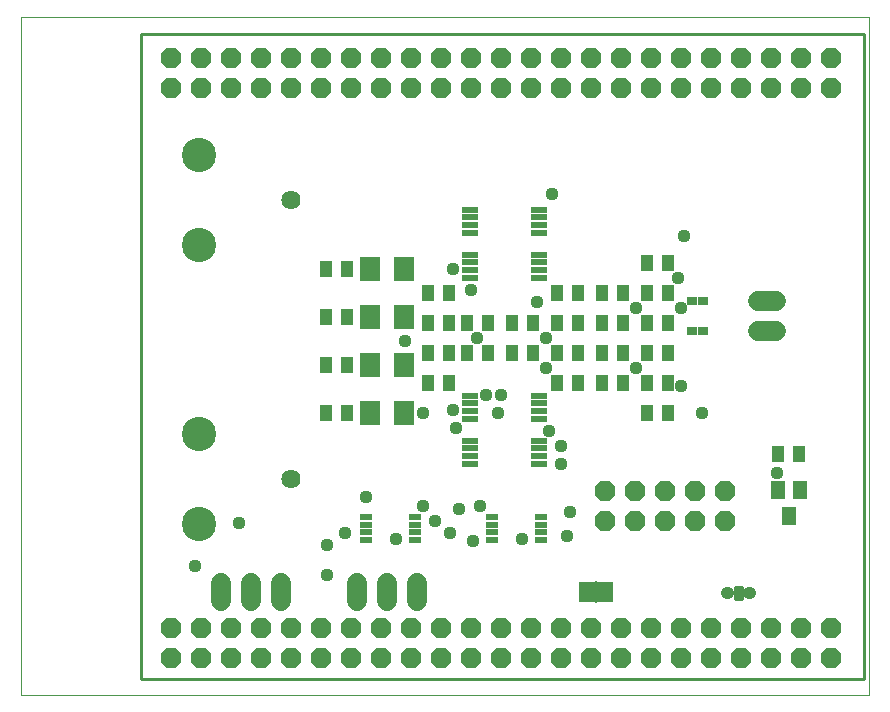
<source format=gts>
G75*
%MOIN*%
%OFA0B0*%
%FSLAX25Y25*%
%IPPOS*%
%LPD*%
%AMOC8*
5,1,8,0,0,1.08239X$1,22.5*
%
%ADD10C,0.00000*%
%ADD11C,0.01000*%
%ADD12R,0.03950X0.05524*%
%ADD13R,0.05524X0.02178*%
%ADD14R,0.04737X0.06312*%
%ADD15OC8,0.06800*%
%ADD16C,0.03950*%
%ADD17C,0.01581*%
%ADD18R,0.03359X0.02965*%
%ADD19C,0.06800*%
%ADD20C,0.06400*%
%ADD21C,0.11450*%
%ADD22R,0.05400X0.07100*%
%ADD23R,0.00600X0.07200*%
%ADD24R,0.04232X0.01969*%
%ADD25R,0.07099X0.07898*%
%ADD26C,0.04400*%
D10*
X0001000Y0003300D02*
X0001000Y0229261D01*
X0283701Y0229261D01*
X0283701Y0003300D01*
X0001000Y0003300D01*
D11*
X0041000Y0008800D02*
X0041000Y0223800D01*
X0282000Y0223800D01*
X0282000Y0008800D01*
X0041000Y0008800D01*
D12*
X0102457Y0097300D03*
X0109543Y0097300D03*
X0109543Y0113300D03*
X0102457Y0113300D03*
X0102457Y0129300D03*
X0109543Y0129300D03*
X0109543Y0145300D03*
X0102457Y0145300D03*
X0136457Y0137300D03*
X0143543Y0137300D03*
X0143543Y0127300D03*
X0149457Y0127300D03*
X0156543Y0127300D03*
X0164457Y0127300D03*
X0171543Y0127300D03*
X0179457Y0127300D03*
X0186543Y0127300D03*
X0194457Y0127300D03*
X0201543Y0127300D03*
X0209457Y0127300D03*
X0216543Y0127300D03*
X0216543Y0137300D03*
X0209457Y0137300D03*
X0201543Y0137300D03*
X0194457Y0137300D03*
X0186543Y0137300D03*
X0179457Y0137300D03*
X0179457Y0117300D03*
X0186543Y0117300D03*
X0194457Y0117300D03*
X0201543Y0117300D03*
X0209457Y0117300D03*
X0216543Y0117300D03*
X0216543Y0107300D03*
X0209457Y0107300D03*
X0201543Y0107300D03*
X0194457Y0107300D03*
X0186543Y0107300D03*
X0179457Y0107300D03*
X0171543Y0117300D03*
X0164457Y0117300D03*
X0156543Y0117300D03*
X0149457Y0117300D03*
X0143543Y0117300D03*
X0136457Y0117300D03*
X0136457Y0107300D03*
X0143543Y0107300D03*
X0136457Y0127300D03*
X0209457Y0147300D03*
X0216543Y0147300D03*
X0216543Y0097300D03*
X0209457Y0097300D03*
X0253207Y0083800D03*
X0260293Y0083800D03*
D13*
X0173516Y0083020D03*
X0173516Y0085580D03*
X0173516Y0088139D03*
X0173516Y0095461D03*
X0173516Y0098020D03*
X0173516Y0100580D03*
X0173516Y0103139D03*
X0150484Y0103139D03*
X0150484Y0100580D03*
X0150484Y0098020D03*
X0150484Y0095461D03*
X0150484Y0088139D03*
X0150484Y0085580D03*
X0150484Y0083020D03*
X0150484Y0080461D03*
X0173516Y0080461D03*
X0173516Y0142461D03*
X0173516Y0145020D03*
X0173516Y0147580D03*
X0173516Y0150139D03*
X0173516Y0157461D03*
X0173516Y0160020D03*
X0173516Y0162580D03*
X0173516Y0165139D03*
X0150484Y0165139D03*
X0150484Y0162580D03*
X0150484Y0160020D03*
X0150484Y0157461D03*
X0150484Y0150139D03*
X0150484Y0147580D03*
X0150484Y0145020D03*
X0150484Y0142461D03*
D14*
X0253260Y0071631D03*
X0260740Y0071631D03*
X0257000Y0062969D03*
D15*
X0235575Y0061371D03*
X0225575Y0061371D03*
X0225575Y0071371D03*
X0235575Y0071371D03*
X0215575Y0071371D03*
X0205575Y0071371D03*
X0195575Y0071371D03*
X0195575Y0061371D03*
X0205575Y0061371D03*
X0215575Y0061371D03*
X0211000Y0025800D03*
X0221000Y0025800D03*
X0231000Y0025800D03*
X0241000Y0025800D03*
X0251000Y0025800D03*
X0261000Y0025800D03*
X0271000Y0025800D03*
X0271000Y0015800D03*
X0261000Y0015800D03*
X0251000Y0015800D03*
X0241000Y0015800D03*
X0231000Y0015800D03*
X0221000Y0015800D03*
X0211000Y0015800D03*
X0201000Y0015800D03*
X0191000Y0015800D03*
X0181000Y0015800D03*
X0171000Y0015800D03*
X0161000Y0015800D03*
X0151000Y0015800D03*
X0141000Y0015800D03*
X0131000Y0015800D03*
X0121000Y0015800D03*
X0111000Y0015800D03*
X0101000Y0015800D03*
X0091000Y0015800D03*
X0081000Y0015800D03*
X0071000Y0015800D03*
X0061000Y0015800D03*
X0051000Y0015800D03*
X0051000Y0025800D03*
X0061000Y0025800D03*
X0071000Y0025800D03*
X0081000Y0025800D03*
X0091000Y0025800D03*
X0101000Y0025800D03*
X0111000Y0025800D03*
X0121000Y0025800D03*
X0131000Y0025800D03*
X0141000Y0025800D03*
X0151000Y0025800D03*
X0161000Y0025800D03*
X0171000Y0025800D03*
X0181000Y0025800D03*
X0191000Y0025800D03*
X0201000Y0025800D03*
X0201000Y0205800D03*
X0191000Y0205800D03*
X0191000Y0215800D03*
X0201000Y0215800D03*
X0211000Y0215800D03*
X0221000Y0215800D03*
X0231000Y0215800D03*
X0231000Y0205800D03*
X0221000Y0205800D03*
X0211000Y0205800D03*
X0241000Y0205800D03*
X0251000Y0205800D03*
X0251000Y0215800D03*
X0241000Y0215800D03*
X0261000Y0215800D03*
X0271000Y0215800D03*
X0271000Y0205800D03*
X0261000Y0205800D03*
X0181000Y0205800D03*
X0171000Y0205800D03*
X0161000Y0205800D03*
X0161000Y0215800D03*
X0171000Y0215800D03*
X0181000Y0215800D03*
X0151000Y0215800D03*
X0141000Y0215800D03*
X0141000Y0205800D03*
X0151000Y0205800D03*
X0131000Y0205800D03*
X0121000Y0205800D03*
X0121000Y0215800D03*
X0131000Y0215800D03*
X0111000Y0215800D03*
X0101000Y0215800D03*
X0091000Y0215800D03*
X0091000Y0205800D03*
X0101000Y0205800D03*
X0111000Y0205800D03*
X0081000Y0205800D03*
X0071000Y0205800D03*
X0071000Y0215800D03*
X0081000Y0215800D03*
X0061000Y0215800D03*
X0051000Y0215800D03*
X0051000Y0205800D03*
X0061000Y0205800D03*
D16*
X0236111Y0037300D02*
X0236503Y0037300D01*
X0243497Y0037300D02*
X0243889Y0037300D01*
D17*
X0240791Y0038878D02*
X0240791Y0035722D01*
X0239209Y0035722D01*
X0239209Y0038878D01*
X0240791Y0038878D01*
X0240791Y0037302D02*
X0239209Y0037302D01*
D18*
X0228394Y0124800D03*
X0224654Y0124800D03*
X0224654Y0134800D03*
X0228394Y0134800D03*
D19*
X0246500Y0134800D02*
X0252500Y0134800D01*
X0252500Y0124800D02*
X0246500Y0124800D01*
X0133000Y0040800D02*
X0133000Y0034800D01*
X0123000Y0034800D02*
X0123000Y0040800D01*
X0113000Y0040800D02*
X0113000Y0034800D01*
X0087500Y0034800D02*
X0087500Y0040800D01*
X0077500Y0040800D02*
X0077500Y0034800D01*
X0067500Y0034800D02*
X0067500Y0040800D01*
D20*
X0091000Y0075300D03*
X0091000Y0168300D03*
D21*
X0060291Y0153339D03*
X0060291Y0183261D03*
X0060291Y0090261D03*
X0060291Y0060339D03*
D22*
X0189500Y0037800D03*
X0195500Y0037800D03*
D23*
X0192500Y0037800D03*
D24*
X0174120Y0054961D03*
X0174120Y0057520D03*
X0174120Y0060080D03*
X0174120Y0062639D03*
X0157880Y0062639D03*
X0157880Y0060080D03*
X0157880Y0057520D03*
X0157880Y0054961D03*
X0132120Y0054961D03*
X0132120Y0057520D03*
X0132120Y0060080D03*
X0132120Y0062639D03*
X0115880Y0062639D03*
X0115880Y0060080D03*
X0115880Y0057520D03*
X0115880Y0054961D03*
D25*
X0117402Y0097300D03*
X0128598Y0097300D03*
X0128598Y0113300D03*
X0117402Y0113300D03*
X0117402Y0129300D03*
X0128598Y0129300D03*
X0128598Y0145300D03*
X0117402Y0145300D03*
D26*
X0145000Y0145300D03*
X0151000Y0138300D03*
X0153000Y0122300D03*
X0173000Y0134300D03*
X0176000Y0122300D03*
X0176000Y0112300D03*
X0161000Y0103300D03*
X0156000Y0103300D03*
X0160000Y0097300D03*
X0146000Y0092300D03*
X0145000Y0098300D03*
X0135000Y0097300D03*
X0129000Y0121300D03*
X0177000Y0091300D03*
X0181000Y0086300D03*
X0181000Y0080300D03*
X0184000Y0064300D03*
X0183000Y0056300D03*
X0168000Y0055300D03*
X0154000Y0066300D03*
X0147000Y0065300D03*
X0139000Y0061300D03*
X0135000Y0066300D03*
X0144000Y0057300D03*
X0151500Y0054800D03*
X0126000Y0055300D03*
X0109000Y0057300D03*
X0103000Y0053300D03*
X0103000Y0043300D03*
X0073500Y0060800D03*
X0059000Y0046300D03*
X0116000Y0069300D03*
X0206000Y0112300D03*
X0221000Y0106300D03*
X0228000Y0097300D03*
X0253000Y0077300D03*
X0221000Y0132300D03*
X0220000Y0142300D03*
X0206000Y0132300D03*
X0222000Y0156300D03*
X0178000Y0170300D03*
M02*

</source>
